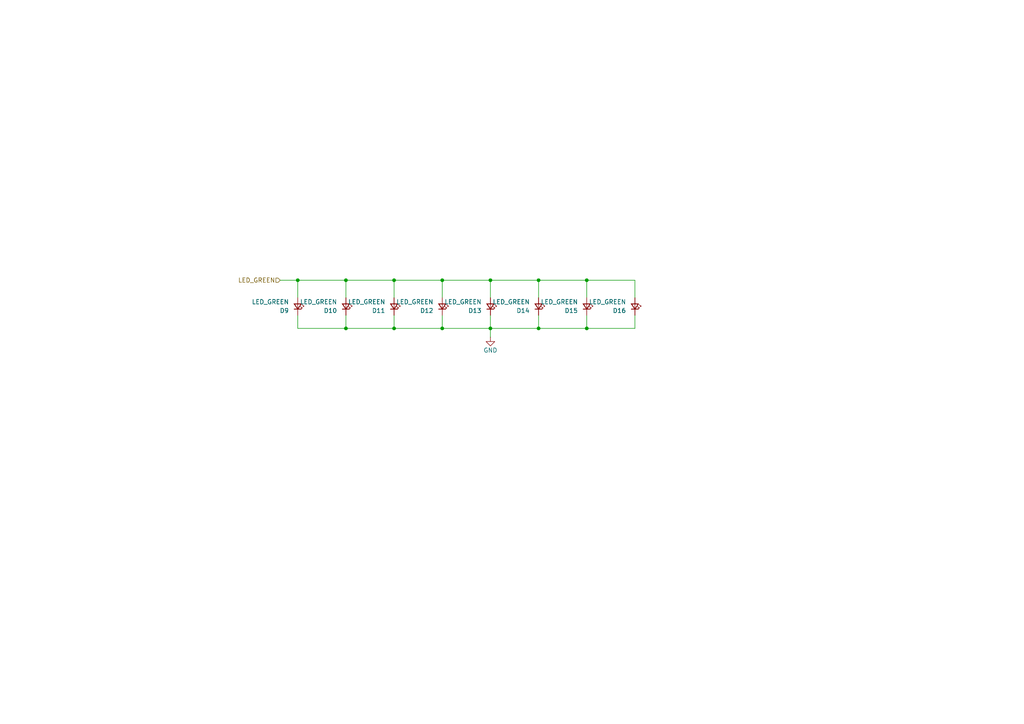
<source format=kicad_sch>
(kicad_sch (version 20231120) (generator "eeschema") (generator_version "8.0")
  (paper "A4")
  (lib_symbols
    (symbol "Device:LED_Small" (pin_numbers hide) (pin_names (offset 0.254) hide)
      (property "Reference" "D" (at -1.27 3.175 0))
      (property "Value" "LED_Small" (at -4.445 -2.54 0))
      (symbol "LED_Small_0_1"
        (polyline (pts (xy -0.762 -1.016) (xy -0.762 1.016)) (stroke (width 0.254)))
        (polyline (pts (xy 1.016 0) (xy -0.762 0)))
        (polyline (pts (xy 0.762 -1.016) (xy -0.762 0) (xy 0.762 1.016) (xy 0.762 -1.016)) (stroke (width 0.254)))
        (polyline (pts (xy 0 0.762) (xy -0.508 1.27) (xy -0.254 1.27) (xy -0.508 1.27) (xy -0.508 1.016)))
        (polyline (pts (xy 0.508 1.27) (xy 0 1.778) (xy 0.254 1.778) (xy 0 1.778) (xy 0 1.524)))
      )
      (symbol "LED_Small_1_1"
        (pin passive line (at -2.54 0 0) (length 1.778) (name "K") (number "1"))
        (pin passive line (at 2.54 0 180) (length 1.778) (name "A") (number "2"))
      )
    )
    (symbol "power:GND" (power) (pin_numbers hide) (pin_names (offset 0) hide)
      (property "Value" "GND" (at 0 -3.81 0))
      (symbol "GND_0_1"
        (polyline (pts (xy 0 0) (xy 0 -1.27) (xy 1.27 -1.27) (xy 0 -2.54) (xy -1.27 -1.27) (xy 0 -1.27)))
      )
      (symbol "GND_1_1"
        (pin power_in line (at 0 0 270) (length 0) (name "~") (number "1"))
      )
    )
  )
  (junction (at 156.21 81.28))
  (junction (at 142.24 95.25))
  (junction (at 170.18 95.25))
  (junction (at 114.3 95.25))
  (junction (at 142.24 81.28))
  (junction (at 156.21 95.25))
  (junction (at 114.3 81.28))
  (junction (at 128.27 81.28))
  (junction (at 100.33 95.25))
  (junction (at 100.33 81.28))
  (junction (at 86.36 81.28))
  (junction (at 170.18 81.28))
  (junction (at 128.27 95.25))
  (wire (pts (xy 142.24 91.44) (xy 142.24 95.25)))
  (wire (pts (xy 142.24 86.36) (xy 142.24 81.28)))
  (wire (pts (xy 114.3 86.36) (xy 114.3 81.28)))
  (wire (pts (xy 128.27 81.28) (xy 114.3 81.28)))
  (wire (pts (xy 100.33 86.36) (xy 100.33 81.28)))
  (wire (pts (xy 86.36 91.44) (xy 86.36 95.25)))
  (wire (pts (xy 81.28 81.28) (xy 86.36 81.28)))
  (wire (pts (xy 156.21 81.28) (xy 156.21 86.36)))
  (wire (pts (xy 156.21 91.44) (xy 156.21 95.25)))
  (wire (pts (xy 156.21 95.25) (xy 170.18 95.25)))
  (wire (pts (xy 142.24 81.28) (xy 128.27 81.28)))
  (wire (pts (xy 114.3 81.28) (xy 100.33 81.28)))
  (wire (pts (xy 100.33 91.44) (xy 100.33 95.25)))
  (wire (pts (xy 184.15 91.44) (xy 184.15 95.25)))
  (wire (pts (xy 114.3 95.25) (xy 128.27 95.25)))
  (wire (pts (xy 86.36 81.28) (xy 86.36 86.36)))
  (wire (pts (xy 128.27 86.36) (xy 128.27 81.28)))
  (wire (pts (xy 114.3 91.44) (xy 114.3 95.25)))
  (wire (pts (xy 170.18 95.25) (xy 184.15 95.25)))
  (wire (pts (xy 142.24 97.79) (xy 142.24 95.25)))
  (wire (pts (xy 100.33 95.25) (xy 114.3 95.25)))
  (wire (pts (xy 86.36 95.25) (xy 100.33 95.25)))
  (wire (pts (xy 170.18 81.28) (xy 156.21 81.28)))
  (wire (pts (xy 156.21 81.28) (xy 142.24 81.28)))
  (wire (pts (xy 100.33 81.28) (xy 86.36 81.28)))
  (wire (pts (xy 128.27 91.44) (xy 128.27 95.25)))
  (wire (pts (xy 142.24 95.25) (xy 156.21 95.25)))
  (wire (pts (xy 170.18 91.44) (xy 170.18 95.25)))
  (wire (pts (xy 128.27 95.25) (xy 142.24 95.25)))
  (wire (pts (xy 184.15 81.28) (xy 170.18 81.28)))
  (wire (pts (xy 184.15 81.28) (xy 184.15 86.36)))
  (wire (pts (xy 170.18 81.28) (xy 170.18 86.36)))
  (hierarchical_label "LED_GREEN" (shape input) (at 81.28 81.28 180))
  (symbol (lib_id "Device:LED_Small") (at 184.15 88.9 270) (mirror x) (unit 1)
    (property "Reference" "D16" (at 181.61 90.1066 90) (effects (justify right)))
    (property "Value" "LED_GREEN" (at 181.61 87.5666 90) (effects (justify right)))
    (property "Footprint" "LED_THT:LED_D3.0mm" (effects (hide yes)))
    (property "Datasheet" "https://optoelectronics.liteon.com/upload/download/DS-20-92-0246/LTL-4231N.pdf" (effects (hide yes)))
    (property "Description" "Light emitting diode, small symbol" (effects (hide yes)))
    (property "MNR" "859-LTL-4231N " (effects (hide yes)))
    (property "LCSC" "C7470728" (effects (hide yes)))
  )
  (symbol (lib_id "Device:LED_Small") (at 100.33 88.9 270) (mirror x) (unit 1)
    (property "Reference" "D10" (at 97.79 90.1066 90) (effects (justify right)))
    (property "Value" "LED_GREEN" (at 97.79 87.5666 90) (effects (justify right)))
    (property "Footprint" "LED_THT:LED_D3.0mm" (effects (hide yes)))
    (property "Datasheet" "https://optoelectronics.liteon.com/upload/download/DS-20-92-0246/LTL-4231N.pdf" (effects (hide yes)))
    (property "Description" "Light emitting diode, small symbol" (effects (hide yes)))
    (property "MNR" "859-LTL-4231N " (effects (hide yes)))
    (property "LCSC" "C7470728" (effects (hide yes)))
  )
  (symbol (lib_id "power:GND") (at 142.24 97.79 0) (unit 1)
    (property "Reference" "#PWR9" (effects (hide yes)))
    (property "Value" "GND" (at 142.24 101.6 0))
    (property "Description" "Power symbol creates a global label with name \"GND\" , ground" (effects (hide yes)))
  )
  (symbol (lib_id "Device:LED_Small") (at 86.36 88.9 270) (mirror x) (unit 1)
    (property "Reference" "D9" (at 83.82 90.1066 90) (effects (justify right)))
    (property "Value" "LED_GREEN" (at 83.82 87.5666 90) (effects (justify right)))
    (property "Footprint" "LED_THT:LED_D3.0mm" (effects (hide yes)))
    (property "Datasheet" "https://optoelectronics.liteon.com/upload/download/DS-20-92-0246/LTL-4231N.pdf" (effects (hide yes)))
    (property "Description" "Light emitting diode, small symbol" (effects (hide yes)))
    (property "MNR" "859-LTL-4231N " (effects (hide yes)))
    (property "LCSC" "C7470728" (effects (hide yes)))
  )
  (symbol (lib_id "Device:LED_Small") (at 114.3 88.9 270) (mirror x) (unit 1)
    (property "Reference" "D11" (at 111.76 90.1066 90) (effects (justify right)))
    (property "Value" "LED_GREEN" (at 111.76 87.5666 90) (effects (justify right)))
    (property "Footprint" "LED_THT:LED_D3.0mm" (effects (hide yes)))
    (property "Datasheet" "https://optoelectronics.liteon.com/upload/download/DS-20-92-0246/LTL-4231N.pdf" (effects (hide yes)))
    (property "Description" "Light emitting diode, small symbol" (effects (hide yes)))
    (property "MNR" "859-LTL-4231N " (effects (hide yes)))
    (property "LCSC" "C7470728" (effects (hide yes)))
  )
  (symbol (lib_id "Device:LED_Small") (at 128.27 88.9 270) (mirror x) (unit 1)
    (property "Reference" "D12" (at 125.73 90.1066 90) (effects (justify right)))
    (property "Value" "LED_GREEN" (at 125.73 87.5666 90) (effects (justify right)))
    (property "Footprint" "LED_THT:LED_D3.0mm" (effects (hide yes)))
    (property "Datasheet" "https://optoelectronics.liteon.com/upload/download/DS-20-92-0246/LTL-4231N.pdf" (effects (hide yes)))
    (property "Description" "Light emitting diode, small symbol" (effects (hide yes)))
    (property "MNR" "859-LTL-4231N " (effects (hide yes)))
    (property "LCSC" "C7470728" (effects (hide yes)))
  )
  (symbol (lib_id "Device:LED_Small") (at 142.24 88.9 270) (mirror x) (unit 1)
    (property "Reference" "D13" (at 139.7 90.1066 90) (effects (justify right)))
    (property "Value" "LED_GREEN" (at 139.7 87.5666 90) (effects (justify right)))
    (property "Footprint" "LED_THT:LED_D3.0mm" (effects (hide yes)))
    (property "Datasheet" "https://optoelectronics.liteon.com/upload/download/DS-20-92-0246/LTL-4231N.pdf" (effects (hide yes)))
    (property "Description" "Light emitting diode, small symbol" (effects (hide yes)))
    (property "MNR" "859-LTL-4231N " (effects (hide yes)))
    (property "LCSC" "C7470728" (effects (hide yes)))
  )
  (symbol (lib_id "Device:LED_Small") (at 170.18 88.9 270) (mirror x) (unit 1)
    (property "Reference" "D15" (at 167.64 90.1066 90) (effects (justify right)))
    (property "Value" "LED_GREEN" (at 167.64 87.5666 90) (effects (justify right)))
    (property "Footprint" "LED_THT:LED_D3.0mm" (effects (hide yes)))
    (property "Datasheet" "https://optoelectronics.liteon.com/upload/download/DS-20-92-0246/LTL-4231N.pdf" (effects (hide yes)))
    (property "Description" "Light emitting diode, small symbol" (effects (hide yes)))
    (property "MNR" "859-LTL-4231N " (effects (hide yes)))
    (property "LCSC" "C7470728" (effects (hide yes)))
  )
  (symbol (lib_id "Device:LED_Small") (at 156.21 88.9 270) (mirror x) (unit 1)
    (property "Reference" "D14" (at 153.67 90.1066 90) (effects (justify right)))
    (property "Value" "LED_GREEN" (at 153.67 87.5666 90) (effects (justify right)))
    (property "Footprint" "LED_THT:LED_D3.0mm" (effects (hide yes)))
    (property "Datasheet" "https://optoelectronics.liteon.com/upload/download/DS-20-92-0246/LTL-4231N.pdf" (effects (hide yes)))
    (property "Description" "Light emitting diode, small symbol" (effects (hide yes)))
    (property "MNR" "859-LTL-4231N " (effects (hide yes)))
    (property "LCSC" "C7470728" (effects (hide yes)))
  )
)
</source>
